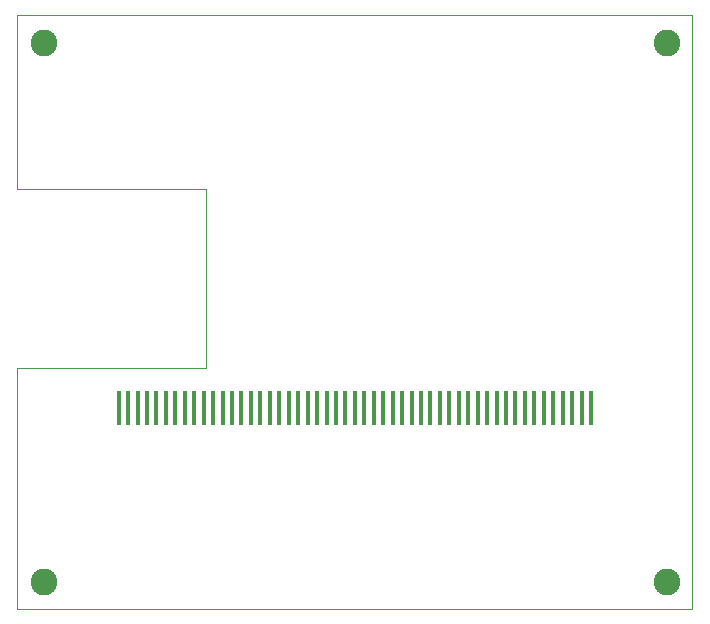
<source format=gtp>
G75*
%MOIN*%
%OFA0B0*%
%FSLAX25Y25*%
%IPPOS*%
%LPD*%
%AMOC8*
5,1,8,0,0,1.08239X$1,22.5*
%
%ADD10C,0.00300*%
%ADD11C,0.08908*%
%ADD12R,0.01575X0.11811*%
D10*
X0002189Y0001992D02*
X0002189Y0082209D01*
X0065083Y0082209D01*
X0065083Y0141854D01*
X0002189Y0141854D01*
X0002189Y0199925D01*
X0227189Y0199925D01*
X0227189Y0001992D01*
X0002189Y0001992D01*
D11*
X0010949Y0010949D03*
X0010949Y0190476D03*
X0218823Y0190476D03*
X0218823Y0010949D03*
D12*
X0193429Y0068941D03*
X0190280Y0068941D03*
X0187130Y0068941D03*
X0183980Y0068941D03*
X0180831Y0068941D03*
X0177681Y0068941D03*
X0174531Y0068941D03*
X0171382Y0068941D03*
X0168232Y0068941D03*
X0165083Y0068941D03*
X0161933Y0068941D03*
X0158783Y0068941D03*
X0155634Y0068941D03*
X0152484Y0068941D03*
X0149335Y0068941D03*
X0146185Y0068941D03*
X0143035Y0068941D03*
X0139886Y0068941D03*
X0136736Y0068941D03*
X0133587Y0068941D03*
X0130437Y0068941D03*
X0127287Y0068941D03*
X0124138Y0068941D03*
X0120988Y0068941D03*
X0117839Y0068941D03*
X0114689Y0068941D03*
X0111539Y0068941D03*
X0108390Y0068941D03*
X0105240Y0068941D03*
X0102091Y0068941D03*
X0098941Y0068941D03*
X0095791Y0068941D03*
X0092642Y0068941D03*
X0089492Y0068941D03*
X0086343Y0068941D03*
X0083193Y0068941D03*
X0080043Y0068941D03*
X0076894Y0068941D03*
X0073744Y0068941D03*
X0070594Y0068941D03*
X0067445Y0068941D03*
X0064295Y0068941D03*
X0061146Y0068941D03*
X0057996Y0068941D03*
X0054846Y0068941D03*
X0051697Y0068941D03*
X0048547Y0068941D03*
X0045398Y0068941D03*
X0042248Y0068941D03*
X0039098Y0068941D03*
X0035949Y0068941D03*
M02*

</source>
